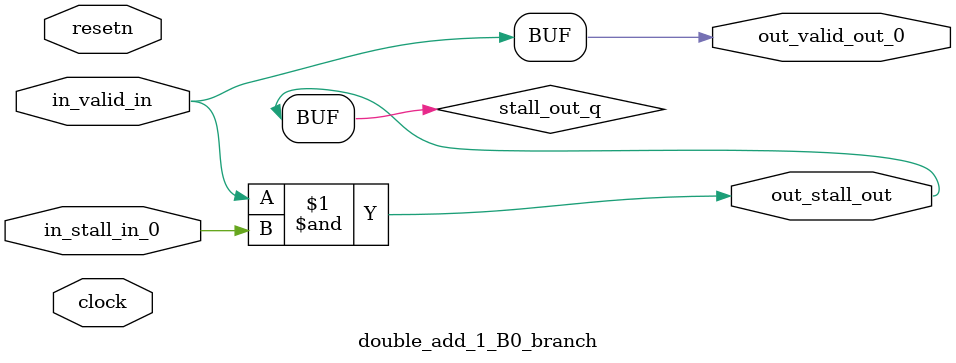
<source format=sv>



(* altera_attribute = "-name AUTO_SHIFT_REGISTER_RECOGNITION OFF; -name MESSAGE_DISABLE 10036; -name MESSAGE_DISABLE 10037; -name MESSAGE_DISABLE 14130; -name MESSAGE_DISABLE 14320; -name MESSAGE_DISABLE 15400; -name MESSAGE_DISABLE 14130; -name MESSAGE_DISABLE 10036; -name MESSAGE_DISABLE 12020; -name MESSAGE_DISABLE 12030; -name MESSAGE_DISABLE 12010; -name MESSAGE_DISABLE 12110; -name MESSAGE_DISABLE 14320; -name MESSAGE_DISABLE 13410; -name MESSAGE_DISABLE 113007; -name MESSAGE_DISABLE 10958" *)
module double_add_1_B0_branch (
    input wire [0:0] in_stall_in_0,
    input wire [0:0] in_valid_in,
    output wire [0:0] out_stall_out,
    output wire [0:0] out_valid_out_0,
    input wire clock,
    input wire resetn
    );

    wire [0:0] stall_out_q;


    // stall_out(LOGICAL,6)
    assign stall_out_q = in_valid_in & in_stall_in_0;

    // out_stall_out(GPOUT,4)
    assign out_stall_out = stall_out_q;

    // out_valid_out_0(GPOUT,5)
    assign out_valid_out_0 = in_valid_in;

endmodule

</source>
